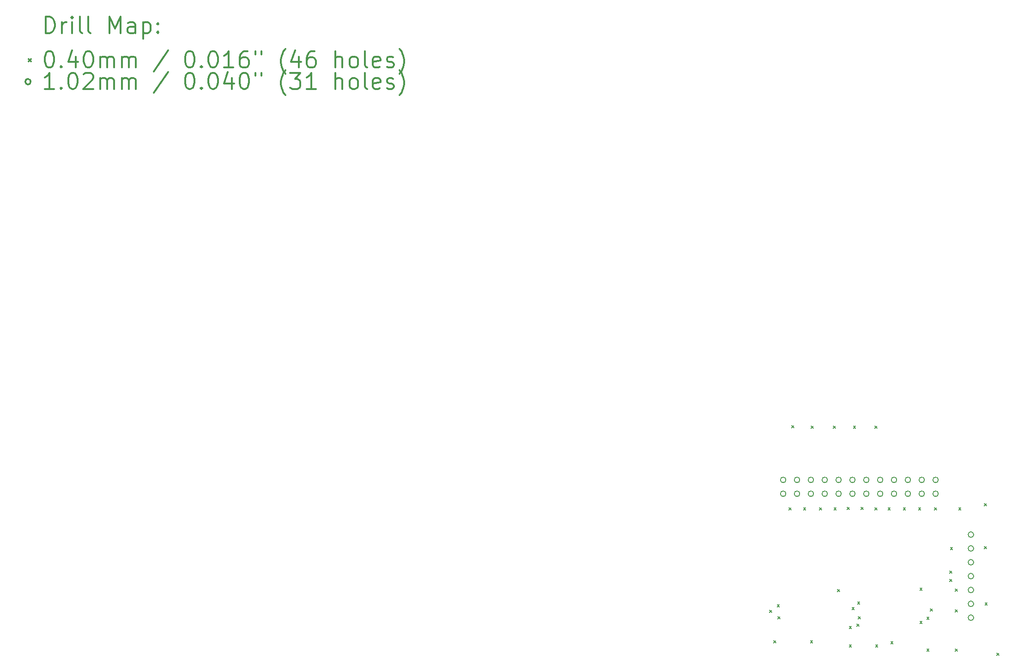
<source format=gbr>
%FSLAX45Y45*%
G04 Gerber Fmt 4.5, Leading zero omitted, Abs format (unit mm)*
G04 Created by KiCad (PCBNEW 4.0.6-e0-6349~53~ubuntu14.04.1) date Tue Nov 28 08:29:46 2017*
%MOMM*%
%LPD*%
G01*
G04 APERTURE LIST*
%ADD10C,0.127000*%
%ADD11C,0.200000*%
%ADD12C,0.300000*%
G04 APERTURE END LIST*
D10*
D11*
X13543600Y-11054400D02*
X13583600Y-11094400D01*
X13583600Y-11054400D02*
X13543600Y-11094400D01*
X13619800Y-11613200D02*
X13659800Y-11653200D01*
X13659800Y-11613200D02*
X13619800Y-11653200D01*
X13683300Y-10952800D02*
X13723300Y-10992800D01*
X13723300Y-10952800D02*
X13683300Y-10992800D01*
X13696000Y-11168700D02*
X13736000Y-11208700D01*
X13736000Y-11168700D02*
X13696000Y-11208700D01*
X13899200Y-9174800D02*
X13939200Y-9214800D01*
X13939200Y-9174800D02*
X13899200Y-9214800D01*
X13950000Y-7663500D02*
X13990000Y-7703500D01*
X13990000Y-7663500D02*
X13950000Y-7703500D01*
X14165900Y-9174800D02*
X14205900Y-9214800D01*
X14205900Y-9174800D02*
X14165900Y-9214800D01*
X14292900Y-11613200D02*
X14332900Y-11653200D01*
X14332900Y-11613200D02*
X14292900Y-11653200D01*
X14305600Y-7676200D02*
X14345600Y-7716200D01*
X14345600Y-7676200D02*
X14305600Y-7716200D01*
X14458000Y-9174800D02*
X14498000Y-9214800D01*
X14498000Y-9174800D02*
X14458000Y-9214800D01*
X14712000Y-7676200D02*
X14752000Y-7716200D01*
X14752000Y-7676200D02*
X14712000Y-7716200D01*
X14724700Y-9174800D02*
X14764700Y-9214800D01*
X14764700Y-9174800D02*
X14724700Y-9214800D01*
X14788200Y-10673400D02*
X14828200Y-10713400D01*
X14828200Y-10673400D02*
X14788200Y-10713400D01*
X14966000Y-9162100D02*
X15006000Y-9202100D01*
X15006000Y-9162100D02*
X14966000Y-9202100D01*
X15004100Y-11346500D02*
X15044100Y-11386500D01*
X15044100Y-11346500D02*
X15004100Y-11386500D01*
X15004100Y-11689400D02*
X15044100Y-11729400D01*
X15044100Y-11689400D02*
X15004100Y-11729400D01*
X15054900Y-11003600D02*
X15094900Y-11043600D01*
X15094900Y-11003600D02*
X15054900Y-11043600D01*
X15080300Y-7676200D02*
X15120300Y-7716200D01*
X15120300Y-7676200D02*
X15080300Y-7716200D01*
X15143800Y-11308400D02*
X15183800Y-11348400D01*
X15183800Y-11308400D02*
X15143800Y-11348400D01*
X15156500Y-10902000D02*
X15196500Y-10942000D01*
X15196500Y-10902000D02*
X15156500Y-10942000D01*
X15169200Y-11168700D02*
X15209200Y-11208700D01*
X15209200Y-11168700D02*
X15169200Y-11208700D01*
X15220000Y-9162100D02*
X15260000Y-9202100D01*
X15260000Y-9162100D02*
X15220000Y-9202100D01*
X15474000Y-7676200D02*
X15514000Y-7716200D01*
X15514000Y-7676200D02*
X15474000Y-7716200D01*
X15474000Y-9174800D02*
X15514000Y-9214800D01*
X15514000Y-9174800D02*
X15474000Y-9214800D01*
X15486700Y-11689400D02*
X15526700Y-11729400D01*
X15526700Y-11689400D02*
X15486700Y-11729400D01*
X15715300Y-9174800D02*
X15755300Y-9214800D01*
X15755300Y-9174800D02*
X15715300Y-9214800D01*
X15766100Y-11625900D02*
X15806100Y-11665900D01*
X15806100Y-11625900D02*
X15766100Y-11665900D01*
X15994700Y-9174800D02*
X16034700Y-9214800D01*
X16034700Y-9174800D02*
X15994700Y-9214800D01*
X16274100Y-9174800D02*
X16314100Y-9214800D01*
X16314100Y-9174800D02*
X16274100Y-9214800D01*
X16299500Y-10648000D02*
X16339500Y-10688000D01*
X16339500Y-10648000D02*
X16299500Y-10688000D01*
X16299500Y-11257600D02*
X16339500Y-11297600D01*
X16339500Y-11257600D02*
X16299500Y-11297600D01*
X16426500Y-11181400D02*
X16466500Y-11221400D01*
X16466500Y-11181400D02*
X16426500Y-11221400D01*
X16426500Y-11765600D02*
X16466500Y-11805600D01*
X16466500Y-11765600D02*
X16426500Y-11805600D01*
X16490000Y-11029000D02*
X16530000Y-11069000D01*
X16530000Y-11029000D02*
X16490000Y-11069000D01*
X16566200Y-9174800D02*
X16606200Y-9214800D01*
X16606200Y-9174800D02*
X16566200Y-9214800D01*
X16845600Y-10330500D02*
X16885600Y-10370500D01*
X16885600Y-10330500D02*
X16845600Y-10370500D01*
X16845600Y-10482900D02*
X16885600Y-10522900D01*
X16885600Y-10482900D02*
X16845600Y-10522900D01*
X16858300Y-9898700D02*
X16898300Y-9938700D01*
X16898300Y-9898700D02*
X16858300Y-9938700D01*
X16947200Y-10660700D02*
X16987200Y-10700700D01*
X16987200Y-10660700D02*
X16947200Y-10700700D01*
X16947200Y-11041700D02*
X16987200Y-11081700D01*
X16987200Y-11041700D02*
X16947200Y-11081700D01*
X16947200Y-11765600D02*
X16987200Y-11805600D01*
X16987200Y-11765600D02*
X16947200Y-11805600D01*
X17010700Y-9174800D02*
X17050700Y-9214800D01*
X17050700Y-9174800D02*
X17010700Y-9214800D01*
X17480600Y-9098600D02*
X17520600Y-9138600D01*
X17520600Y-9098600D02*
X17480600Y-9138600D01*
X17480600Y-9886000D02*
X17520600Y-9926000D01*
X17520600Y-9886000D02*
X17480600Y-9926000D01*
X17493300Y-10914700D02*
X17533300Y-10954700D01*
X17533300Y-10914700D02*
X17493300Y-10954700D01*
X17709200Y-11841800D02*
X17749200Y-11881800D01*
X17749200Y-11841800D02*
X17709200Y-11881800D01*
X13843000Y-8661400D02*
G75*
G03X13843000Y-8661400I-50800J0D01*
G01*
X13843000Y-8915400D02*
G75*
G03X13843000Y-8915400I-50800J0D01*
G01*
X14097000Y-8661400D02*
G75*
G03X14097000Y-8661400I-50800J0D01*
G01*
X14097000Y-8915400D02*
G75*
G03X14097000Y-8915400I-50800J0D01*
G01*
X14351000Y-8661400D02*
G75*
G03X14351000Y-8661400I-50800J0D01*
G01*
X14351000Y-8915400D02*
G75*
G03X14351000Y-8915400I-50800J0D01*
G01*
X14605000Y-8661400D02*
G75*
G03X14605000Y-8661400I-50800J0D01*
G01*
X14605000Y-8915400D02*
G75*
G03X14605000Y-8915400I-50800J0D01*
G01*
X14859000Y-8661400D02*
G75*
G03X14859000Y-8661400I-50800J0D01*
G01*
X14859000Y-8915400D02*
G75*
G03X14859000Y-8915400I-50800J0D01*
G01*
X15113000Y-8661400D02*
G75*
G03X15113000Y-8661400I-50800J0D01*
G01*
X15113000Y-8915400D02*
G75*
G03X15113000Y-8915400I-50800J0D01*
G01*
X15367000Y-8661400D02*
G75*
G03X15367000Y-8661400I-50800J0D01*
G01*
X15367000Y-8915400D02*
G75*
G03X15367000Y-8915400I-50800J0D01*
G01*
X15621000Y-8661400D02*
G75*
G03X15621000Y-8661400I-50800J0D01*
G01*
X15621000Y-8915400D02*
G75*
G03X15621000Y-8915400I-50800J0D01*
G01*
X15875000Y-8661400D02*
G75*
G03X15875000Y-8661400I-50800J0D01*
G01*
X15875000Y-8915400D02*
G75*
G03X15875000Y-8915400I-50800J0D01*
G01*
X16129000Y-8661400D02*
G75*
G03X16129000Y-8661400I-50800J0D01*
G01*
X16129000Y-8915400D02*
G75*
G03X16129000Y-8915400I-50800J0D01*
G01*
X16383000Y-8661400D02*
G75*
G03X16383000Y-8661400I-50800J0D01*
G01*
X16383000Y-8915400D02*
G75*
G03X16383000Y-8915400I-50800J0D01*
G01*
X16637000Y-8661400D02*
G75*
G03X16637000Y-8661400I-50800J0D01*
G01*
X16637000Y-8915400D02*
G75*
G03X16637000Y-8915400I-50800J0D01*
G01*
X17284700Y-9664700D02*
G75*
G03X17284700Y-9664700I-50800J0D01*
G01*
X17284700Y-9918700D02*
G75*
G03X17284700Y-9918700I-50800J0D01*
G01*
X17284700Y-10172700D02*
G75*
G03X17284700Y-10172700I-50800J0D01*
G01*
X17284700Y-10426700D02*
G75*
G03X17284700Y-10426700I-50800J0D01*
G01*
X17284700Y-10680700D02*
G75*
G03X17284700Y-10680700I-50800J0D01*
G01*
X17284700Y-10934700D02*
G75*
G03X17284700Y-10934700I-50800J0D01*
G01*
X17284700Y-11188700D02*
G75*
G03X17284700Y-11188700I-50800J0D01*
G01*
D12*
X271429Y-465714D02*
X271429Y-165714D01*
X342857Y-165714D01*
X385714Y-180000D01*
X414286Y-208571D01*
X428571Y-237143D01*
X442857Y-294286D01*
X442857Y-337143D01*
X428571Y-394286D01*
X414286Y-422857D01*
X385714Y-451429D01*
X342857Y-465714D01*
X271429Y-465714D01*
X571429Y-465714D02*
X571429Y-265714D01*
X571429Y-322857D02*
X585714Y-294286D01*
X600000Y-280000D01*
X628571Y-265714D01*
X657143Y-265714D01*
X757143Y-465714D02*
X757143Y-265714D01*
X757143Y-165714D02*
X742857Y-180000D01*
X757143Y-194286D01*
X771429Y-180000D01*
X757143Y-165714D01*
X757143Y-194286D01*
X942857Y-465714D02*
X914286Y-451429D01*
X900000Y-422857D01*
X900000Y-165714D01*
X1100000Y-465714D02*
X1071429Y-451429D01*
X1057143Y-422857D01*
X1057143Y-165714D01*
X1442857Y-465714D02*
X1442857Y-165714D01*
X1542857Y-380000D01*
X1642857Y-165714D01*
X1642857Y-465714D01*
X1914286Y-465714D02*
X1914286Y-308571D01*
X1900000Y-280000D01*
X1871429Y-265714D01*
X1814286Y-265714D01*
X1785714Y-280000D01*
X1914286Y-451429D02*
X1885714Y-465714D01*
X1814286Y-465714D01*
X1785714Y-451429D01*
X1771429Y-422857D01*
X1771429Y-394286D01*
X1785714Y-365714D01*
X1814286Y-351429D01*
X1885714Y-351429D01*
X1914286Y-337143D01*
X2057143Y-265714D02*
X2057143Y-565714D01*
X2057143Y-280000D02*
X2085714Y-265714D01*
X2142857Y-265714D01*
X2171429Y-280000D01*
X2185714Y-294286D01*
X2200000Y-322857D01*
X2200000Y-408571D01*
X2185714Y-437143D01*
X2171429Y-451429D01*
X2142857Y-465714D01*
X2085714Y-465714D01*
X2057143Y-451429D01*
X2328572Y-437143D02*
X2342857Y-451429D01*
X2328572Y-465714D01*
X2314286Y-451429D01*
X2328572Y-437143D01*
X2328572Y-465714D01*
X2328572Y-280000D02*
X2342857Y-294286D01*
X2328572Y-308571D01*
X2314286Y-294286D01*
X2328572Y-280000D01*
X2328572Y-308571D01*
X-40000Y-940000D02*
X0Y-980000D01*
X0Y-940000D02*
X-40000Y-980000D01*
X328571Y-795714D02*
X357143Y-795714D01*
X385714Y-810000D01*
X400000Y-824286D01*
X414286Y-852857D01*
X428571Y-910000D01*
X428571Y-981429D01*
X414286Y-1038571D01*
X400000Y-1067143D01*
X385714Y-1081429D01*
X357143Y-1095714D01*
X328571Y-1095714D01*
X300000Y-1081429D01*
X285714Y-1067143D01*
X271429Y-1038571D01*
X257143Y-981429D01*
X257143Y-910000D01*
X271429Y-852857D01*
X285714Y-824286D01*
X300000Y-810000D01*
X328571Y-795714D01*
X557143Y-1067143D02*
X571429Y-1081429D01*
X557143Y-1095714D01*
X542857Y-1081429D01*
X557143Y-1067143D01*
X557143Y-1095714D01*
X828571Y-895714D02*
X828571Y-1095714D01*
X757143Y-781429D02*
X685714Y-995714D01*
X871428Y-995714D01*
X1042857Y-795714D02*
X1071429Y-795714D01*
X1100000Y-810000D01*
X1114286Y-824286D01*
X1128571Y-852857D01*
X1142857Y-910000D01*
X1142857Y-981429D01*
X1128571Y-1038571D01*
X1114286Y-1067143D01*
X1100000Y-1081429D01*
X1071429Y-1095714D01*
X1042857Y-1095714D01*
X1014286Y-1081429D01*
X1000000Y-1067143D01*
X985714Y-1038571D01*
X971429Y-981429D01*
X971429Y-910000D01*
X985714Y-852857D01*
X1000000Y-824286D01*
X1014286Y-810000D01*
X1042857Y-795714D01*
X1271429Y-1095714D02*
X1271429Y-895714D01*
X1271429Y-924286D02*
X1285714Y-910000D01*
X1314286Y-895714D01*
X1357143Y-895714D01*
X1385714Y-910000D01*
X1400000Y-938571D01*
X1400000Y-1095714D01*
X1400000Y-938571D02*
X1414286Y-910000D01*
X1442857Y-895714D01*
X1485714Y-895714D01*
X1514286Y-910000D01*
X1528571Y-938571D01*
X1528571Y-1095714D01*
X1671429Y-1095714D02*
X1671429Y-895714D01*
X1671429Y-924286D02*
X1685714Y-910000D01*
X1714286Y-895714D01*
X1757143Y-895714D01*
X1785714Y-910000D01*
X1800000Y-938571D01*
X1800000Y-1095714D01*
X1800000Y-938571D02*
X1814286Y-910000D01*
X1842857Y-895714D01*
X1885714Y-895714D01*
X1914286Y-910000D01*
X1928571Y-938571D01*
X1928571Y-1095714D01*
X2514286Y-781429D02*
X2257143Y-1167143D01*
X2900000Y-795714D02*
X2928571Y-795714D01*
X2957143Y-810000D01*
X2971428Y-824286D01*
X2985714Y-852857D01*
X3000000Y-910000D01*
X3000000Y-981429D01*
X2985714Y-1038571D01*
X2971428Y-1067143D01*
X2957143Y-1081429D01*
X2928571Y-1095714D01*
X2900000Y-1095714D01*
X2871428Y-1081429D01*
X2857143Y-1067143D01*
X2842857Y-1038571D01*
X2828571Y-981429D01*
X2828571Y-910000D01*
X2842857Y-852857D01*
X2857143Y-824286D01*
X2871428Y-810000D01*
X2900000Y-795714D01*
X3128571Y-1067143D02*
X3142857Y-1081429D01*
X3128571Y-1095714D01*
X3114286Y-1081429D01*
X3128571Y-1067143D01*
X3128571Y-1095714D01*
X3328571Y-795714D02*
X3357143Y-795714D01*
X3385714Y-810000D01*
X3400000Y-824286D01*
X3414286Y-852857D01*
X3428571Y-910000D01*
X3428571Y-981429D01*
X3414286Y-1038571D01*
X3400000Y-1067143D01*
X3385714Y-1081429D01*
X3357143Y-1095714D01*
X3328571Y-1095714D01*
X3300000Y-1081429D01*
X3285714Y-1067143D01*
X3271428Y-1038571D01*
X3257143Y-981429D01*
X3257143Y-910000D01*
X3271428Y-852857D01*
X3285714Y-824286D01*
X3300000Y-810000D01*
X3328571Y-795714D01*
X3714286Y-1095714D02*
X3542857Y-1095714D01*
X3628571Y-1095714D02*
X3628571Y-795714D01*
X3600000Y-838571D01*
X3571428Y-867143D01*
X3542857Y-881429D01*
X3971428Y-795714D02*
X3914286Y-795714D01*
X3885714Y-810000D01*
X3871428Y-824286D01*
X3842857Y-867143D01*
X3828571Y-924286D01*
X3828571Y-1038571D01*
X3842857Y-1067143D01*
X3857143Y-1081429D01*
X3885714Y-1095714D01*
X3942857Y-1095714D01*
X3971428Y-1081429D01*
X3985714Y-1067143D01*
X4000000Y-1038571D01*
X4000000Y-967143D01*
X3985714Y-938571D01*
X3971428Y-924286D01*
X3942857Y-910000D01*
X3885714Y-910000D01*
X3857143Y-924286D01*
X3842857Y-938571D01*
X3828571Y-967143D01*
X4114286Y-795714D02*
X4114286Y-852857D01*
X4228571Y-795714D02*
X4228571Y-852857D01*
X4671429Y-1210000D02*
X4657143Y-1195714D01*
X4628571Y-1152857D01*
X4614286Y-1124286D01*
X4600000Y-1081429D01*
X4585714Y-1010000D01*
X4585714Y-952857D01*
X4600000Y-881429D01*
X4614286Y-838571D01*
X4628571Y-810000D01*
X4657143Y-767143D01*
X4671429Y-752857D01*
X4914286Y-895714D02*
X4914286Y-1095714D01*
X4842857Y-781429D02*
X4771429Y-995714D01*
X4957143Y-995714D01*
X5200000Y-795714D02*
X5142857Y-795714D01*
X5114286Y-810000D01*
X5100000Y-824286D01*
X5071429Y-867143D01*
X5057143Y-924286D01*
X5057143Y-1038571D01*
X5071429Y-1067143D01*
X5085714Y-1081429D01*
X5114286Y-1095714D01*
X5171429Y-1095714D01*
X5200000Y-1081429D01*
X5214286Y-1067143D01*
X5228571Y-1038571D01*
X5228571Y-967143D01*
X5214286Y-938571D01*
X5200000Y-924286D01*
X5171429Y-910000D01*
X5114286Y-910000D01*
X5085714Y-924286D01*
X5071429Y-938571D01*
X5057143Y-967143D01*
X5585714Y-1095714D02*
X5585714Y-795714D01*
X5714286Y-1095714D02*
X5714286Y-938571D01*
X5700000Y-910000D01*
X5671428Y-895714D01*
X5628571Y-895714D01*
X5600000Y-910000D01*
X5585714Y-924286D01*
X5900000Y-1095714D02*
X5871428Y-1081429D01*
X5857143Y-1067143D01*
X5842857Y-1038571D01*
X5842857Y-952857D01*
X5857143Y-924286D01*
X5871428Y-910000D01*
X5900000Y-895714D01*
X5942857Y-895714D01*
X5971428Y-910000D01*
X5985714Y-924286D01*
X6000000Y-952857D01*
X6000000Y-1038571D01*
X5985714Y-1067143D01*
X5971428Y-1081429D01*
X5942857Y-1095714D01*
X5900000Y-1095714D01*
X6171428Y-1095714D02*
X6142857Y-1081429D01*
X6128571Y-1052857D01*
X6128571Y-795714D01*
X6400000Y-1081429D02*
X6371429Y-1095714D01*
X6314286Y-1095714D01*
X6285714Y-1081429D01*
X6271429Y-1052857D01*
X6271429Y-938571D01*
X6285714Y-910000D01*
X6314286Y-895714D01*
X6371429Y-895714D01*
X6400000Y-910000D01*
X6414286Y-938571D01*
X6414286Y-967143D01*
X6271429Y-995714D01*
X6528571Y-1081429D02*
X6557143Y-1095714D01*
X6614286Y-1095714D01*
X6642857Y-1081429D01*
X6657143Y-1052857D01*
X6657143Y-1038571D01*
X6642857Y-1010000D01*
X6614286Y-995714D01*
X6571429Y-995714D01*
X6542857Y-981429D01*
X6528571Y-952857D01*
X6528571Y-938571D01*
X6542857Y-910000D01*
X6571429Y-895714D01*
X6614286Y-895714D01*
X6642857Y-910000D01*
X6757143Y-1210000D02*
X6771429Y-1195714D01*
X6800000Y-1152857D01*
X6814286Y-1124286D01*
X6828571Y-1081429D01*
X6842857Y-1010000D01*
X6842857Y-952857D01*
X6828571Y-881429D01*
X6814286Y-838571D01*
X6800000Y-810000D01*
X6771429Y-767143D01*
X6757143Y-752857D01*
X0Y-1356000D02*
G75*
G03X0Y-1356000I-50800J0D01*
G01*
X428571Y-1491714D02*
X257143Y-1491714D01*
X342857Y-1491714D02*
X342857Y-1191714D01*
X314286Y-1234571D01*
X285714Y-1263143D01*
X257143Y-1277429D01*
X557143Y-1463143D02*
X571429Y-1477429D01*
X557143Y-1491714D01*
X542857Y-1477429D01*
X557143Y-1463143D01*
X557143Y-1491714D01*
X757143Y-1191714D02*
X785714Y-1191714D01*
X814286Y-1206000D01*
X828571Y-1220286D01*
X842857Y-1248857D01*
X857143Y-1306000D01*
X857143Y-1377429D01*
X842857Y-1434571D01*
X828571Y-1463143D01*
X814286Y-1477429D01*
X785714Y-1491714D01*
X757143Y-1491714D01*
X728571Y-1477429D01*
X714286Y-1463143D01*
X700000Y-1434571D01*
X685714Y-1377429D01*
X685714Y-1306000D01*
X700000Y-1248857D01*
X714286Y-1220286D01*
X728571Y-1206000D01*
X757143Y-1191714D01*
X971429Y-1220286D02*
X985714Y-1206000D01*
X1014286Y-1191714D01*
X1085714Y-1191714D01*
X1114286Y-1206000D01*
X1128571Y-1220286D01*
X1142857Y-1248857D01*
X1142857Y-1277429D01*
X1128571Y-1320286D01*
X957143Y-1491714D01*
X1142857Y-1491714D01*
X1271429Y-1491714D02*
X1271429Y-1291714D01*
X1271429Y-1320286D02*
X1285714Y-1306000D01*
X1314286Y-1291714D01*
X1357143Y-1291714D01*
X1385714Y-1306000D01*
X1400000Y-1334571D01*
X1400000Y-1491714D01*
X1400000Y-1334571D02*
X1414286Y-1306000D01*
X1442857Y-1291714D01*
X1485714Y-1291714D01*
X1514286Y-1306000D01*
X1528571Y-1334571D01*
X1528571Y-1491714D01*
X1671429Y-1491714D02*
X1671429Y-1291714D01*
X1671429Y-1320286D02*
X1685714Y-1306000D01*
X1714286Y-1291714D01*
X1757143Y-1291714D01*
X1785714Y-1306000D01*
X1800000Y-1334571D01*
X1800000Y-1491714D01*
X1800000Y-1334571D02*
X1814286Y-1306000D01*
X1842857Y-1291714D01*
X1885714Y-1291714D01*
X1914286Y-1306000D01*
X1928571Y-1334571D01*
X1928571Y-1491714D01*
X2514286Y-1177429D02*
X2257143Y-1563143D01*
X2900000Y-1191714D02*
X2928571Y-1191714D01*
X2957143Y-1206000D01*
X2971428Y-1220286D01*
X2985714Y-1248857D01*
X3000000Y-1306000D01*
X3000000Y-1377429D01*
X2985714Y-1434571D01*
X2971428Y-1463143D01*
X2957143Y-1477429D01*
X2928571Y-1491714D01*
X2900000Y-1491714D01*
X2871428Y-1477429D01*
X2857143Y-1463143D01*
X2842857Y-1434571D01*
X2828571Y-1377429D01*
X2828571Y-1306000D01*
X2842857Y-1248857D01*
X2857143Y-1220286D01*
X2871428Y-1206000D01*
X2900000Y-1191714D01*
X3128571Y-1463143D02*
X3142857Y-1477429D01*
X3128571Y-1491714D01*
X3114286Y-1477429D01*
X3128571Y-1463143D01*
X3128571Y-1491714D01*
X3328571Y-1191714D02*
X3357143Y-1191714D01*
X3385714Y-1206000D01*
X3400000Y-1220286D01*
X3414286Y-1248857D01*
X3428571Y-1306000D01*
X3428571Y-1377429D01*
X3414286Y-1434571D01*
X3400000Y-1463143D01*
X3385714Y-1477429D01*
X3357143Y-1491714D01*
X3328571Y-1491714D01*
X3300000Y-1477429D01*
X3285714Y-1463143D01*
X3271428Y-1434571D01*
X3257143Y-1377429D01*
X3257143Y-1306000D01*
X3271428Y-1248857D01*
X3285714Y-1220286D01*
X3300000Y-1206000D01*
X3328571Y-1191714D01*
X3685714Y-1291714D02*
X3685714Y-1491714D01*
X3614286Y-1177429D02*
X3542857Y-1391714D01*
X3728571Y-1391714D01*
X3900000Y-1191714D02*
X3928571Y-1191714D01*
X3957143Y-1206000D01*
X3971428Y-1220286D01*
X3985714Y-1248857D01*
X4000000Y-1306000D01*
X4000000Y-1377429D01*
X3985714Y-1434571D01*
X3971428Y-1463143D01*
X3957143Y-1477429D01*
X3928571Y-1491714D01*
X3900000Y-1491714D01*
X3871428Y-1477429D01*
X3857143Y-1463143D01*
X3842857Y-1434571D01*
X3828571Y-1377429D01*
X3828571Y-1306000D01*
X3842857Y-1248857D01*
X3857143Y-1220286D01*
X3871428Y-1206000D01*
X3900000Y-1191714D01*
X4114286Y-1191714D02*
X4114286Y-1248857D01*
X4228571Y-1191714D02*
X4228571Y-1248857D01*
X4671429Y-1606000D02*
X4657143Y-1591714D01*
X4628571Y-1548857D01*
X4614286Y-1520286D01*
X4600000Y-1477429D01*
X4585714Y-1406000D01*
X4585714Y-1348857D01*
X4600000Y-1277429D01*
X4614286Y-1234571D01*
X4628571Y-1206000D01*
X4657143Y-1163143D01*
X4671429Y-1148857D01*
X4757143Y-1191714D02*
X4942857Y-1191714D01*
X4842857Y-1306000D01*
X4885714Y-1306000D01*
X4914286Y-1320286D01*
X4928571Y-1334571D01*
X4942857Y-1363143D01*
X4942857Y-1434571D01*
X4928571Y-1463143D01*
X4914286Y-1477429D01*
X4885714Y-1491714D01*
X4800000Y-1491714D01*
X4771429Y-1477429D01*
X4757143Y-1463143D01*
X5228571Y-1491714D02*
X5057143Y-1491714D01*
X5142857Y-1491714D02*
X5142857Y-1191714D01*
X5114286Y-1234571D01*
X5085714Y-1263143D01*
X5057143Y-1277429D01*
X5585714Y-1491714D02*
X5585714Y-1191714D01*
X5714286Y-1491714D02*
X5714286Y-1334571D01*
X5700000Y-1306000D01*
X5671428Y-1291714D01*
X5628571Y-1291714D01*
X5600000Y-1306000D01*
X5585714Y-1320286D01*
X5900000Y-1491714D02*
X5871428Y-1477429D01*
X5857143Y-1463143D01*
X5842857Y-1434571D01*
X5842857Y-1348857D01*
X5857143Y-1320286D01*
X5871428Y-1306000D01*
X5900000Y-1291714D01*
X5942857Y-1291714D01*
X5971428Y-1306000D01*
X5985714Y-1320286D01*
X6000000Y-1348857D01*
X6000000Y-1434571D01*
X5985714Y-1463143D01*
X5971428Y-1477429D01*
X5942857Y-1491714D01*
X5900000Y-1491714D01*
X6171428Y-1491714D02*
X6142857Y-1477429D01*
X6128571Y-1448857D01*
X6128571Y-1191714D01*
X6400000Y-1477429D02*
X6371429Y-1491714D01*
X6314286Y-1491714D01*
X6285714Y-1477429D01*
X6271429Y-1448857D01*
X6271429Y-1334571D01*
X6285714Y-1306000D01*
X6314286Y-1291714D01*
X6371429Y-1291714D01*
X6400000Y-1306000D01*
X6414286Y-1334571D01*
X6414286Y-1363143D01*
X6271429Y-1391714D01*
X6528571Y-1477429D02*
X6557143Y-1491714D01*
X6614286Y-1491714D01*
X6642857Y-1477429D01*
X6657143Y-1448857D01*
X6657143Y-1434571D01*
X6642857Y-1406000D01*
X6614286Y-1391714D01*
X6571429Y-1391714D01*
X6542857Y-1377429D01*
X6528571Y-1348857D01*
X6528571Y-1334571D01*
X6542857Y-1306000D01*
X6571429Y-1291714D01*
X6614286Y-1291714D01*
X6642857Y-1306000D01*
X6757143Y-1606000D02*
X6771429Y-1591714D01*
X6800000Y-1548857D01*
X6814286Y-1520286D01*
X6828571Y-1477429D01*
X6842857Y-1406000D01*
X6842857Y-1348857D01*
X6828571Y-1277429D01*
X6814286Y-1234571D01*
X6800000Y-1206000D01*
X6771429Y-1163143D01*
X6757143Y-1148857D01*
M02*

</source>
